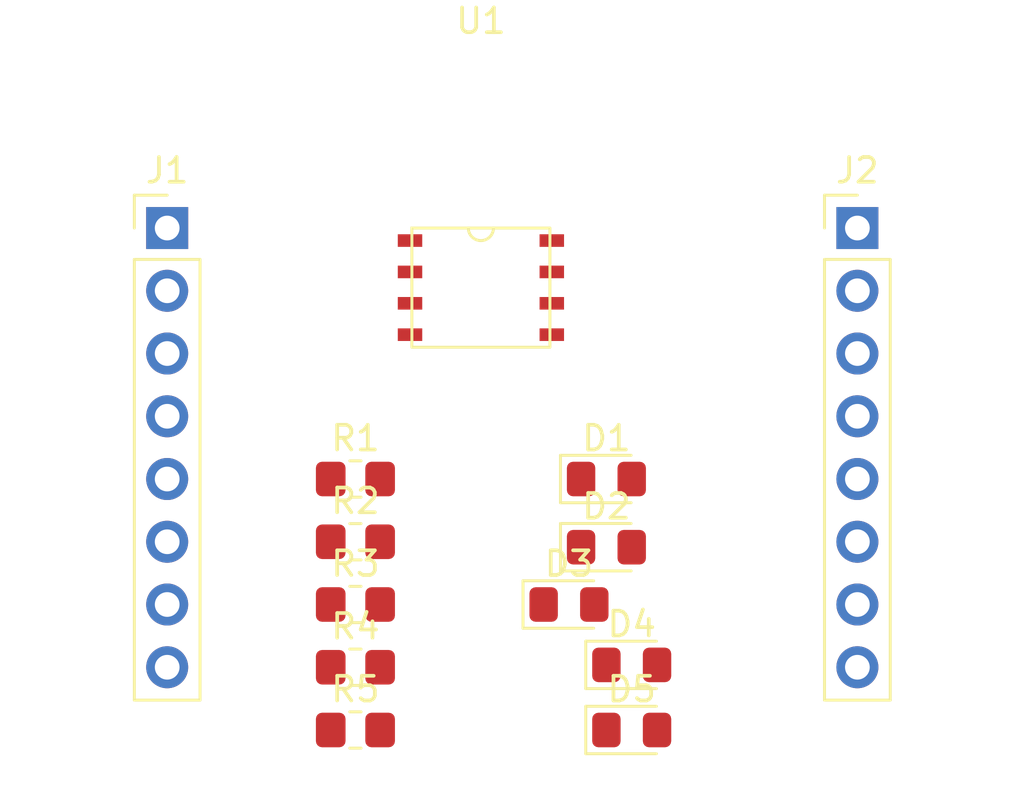
<source format=kicad_pcb>
(kicad_pcb (version 20211014) (generator pcbnew)
  (layers (0 "F.Cu" signal) (31 "B.Cu" signal) (34 "B.Paste" user) (35 "F.Paste" user) (36 "B.SilkS" user "B.Silkscreen") (37 "F.SilkS" user "F.Silkscreen") (38 "B.Mask" user) (39 "F.Mask" user) (44 "Edge.Cuts" user))
  (net 0 "")
  (net 1 "Net-(D1-Pad1)")
  (net 2 "/+3.3V")
  (net 3 "Net-(D2-Pad1)")
  (net 4 "/SCK")
  (net 5 "Net-(D3-Pad1)")
  (net 6 "/CS")
  (net 7 "Net-(D4-Pad1)")
  (net 8 "/MOSI")
  (net 9 "Net-(D5-Pad1)")
  (net 10 "/MISO")
  (net 13 "GND")
  (footprint "DS1722_PCB:SOIC8-DS1722" (layer "F.Cu") (at 124.46 71.12)
    (fp_text reference "U1" (at 0 -10.923 unlocked) (layer "F.SilkS"))
    (fp_text value "DS1722")
    (fp_rect (start -2.794 -2.54) (end 2.794 2.286) (layer "F.SilkS") (width 0.12) (fill none))
    (fp_arc (start 0.508 -2.54) (mid 0 -2.032) (end -0.508 -2.54) (layer "F.SilkS") (width 0.12))
    (pad "1" smd rect (at -2.87 -2.033) (size 0.99 0.51) (layers "F.Cu" "F.Paste" "F.Mask") (net 2 "/+3.3V"))
    (pad "2" smd rect (at -2.87 -0.763) (size 0.99 0.51) (layers "F.Cu" "F.Paste" "F.Mask") (net 6 "/CS"))
    (pad "3" smd rect (at -2.87 0.507) (size 0.99 0.51) (layers "F.Cu" "F.Paste" "F.Mask") (net 4 "/SCK"))
    (pad "4" smd rect (at -2.87 1.777) (size 0.99 0.51) (layers "F.Cu" "F.Paste" "F.Mask") (net 13 "GND"))
    (pad "5" smd rect (at 2.87 1.777) (size 0.99 0.51) (layers "F.Cu" "F.Paste" "F.Mask") (net 10 "/MISO"))
    (pad "6" smd rect (at 2.87 0.507) (size 0.99 0.51) (layers "F.Cu" "F.Paste" "F.Mask") (net 8 "/MOSI"))
    (pad "7" smd rect (at 2.87 -0.763) (size 0.99 0.51) (layers "F.Cu" "F.Paste" "F.Mask") (net 2 "/+3.3V"))
    (pad "8" smd rect (at 2.87 -2.033) (size 0.99 0.51) (layers "F.Cu" "F.Paste" "F.Mask") (net 2 "/+3.3V"))
  )
  (footprint "LED_SMD:LED_0805_2012Metric_Pad1.15x1.40mm_HandSolder" (layer "F.Cu") (at 130.565 88.9)
    (fp_text reference "D5" (at 0 -1.65) (layer "F.SilkS"))
    (fp_text value "LED")
    (fp_line (start -1.86 0.96) (end 1 0.96) (layer "F.SilkS") (width 0.12))
    (fp_line (start 1 -0.96) (end -1.86 -0.96) (layer "F.SilkS") (width 0.12))
    (fp_line (start -1.86 -0.96) (end -1.86 0.96) (layer "F.SilkS") (width 0.12))
    (pad "1" smd roundrect (at -1.025 0) (size 1.15 1.4) (layers "F.Cu" "F.Paste" "F.Mask") (roundrect_rratio 0.217391) (net 9 "Net-(D5-Pad1)"))
    (pad "2" smd roundrect (at 1.025 0) (size 1.15 1.4) (layers "F.Cu" "F.Paste" "F.Mask") (roundrect_rratio 0.217391) (net 10 "/MISO"))
  )
  (footprint "LED_SMD:LED_0805_2012Metric_Pad1.15x1.40mm_HandSolder" (layer "F.Cu") (at 128.025 83.82)
    (fp_text reference "D3" (at 0 -1.65) (layer "F.SilkS"))
    (fp_text value "LED")
    (fp_line (start 1 -0.96) (end -1.86 -0.96) (layer "F.SilkS") (width 0.12))
    (fp_line (start -1.86 0.96) (end 1 0.96) (layer "F.SilkS") (width 0.12))
    (fp_line (start -1.86 -0.96) (end -1.86 0.96) (layer "F.SilkS") (width 0.12))
    (pad "1" smd roundrect (at -1.025 0) (size 1.15 1.4) (layers "F.Cu" "F.Paste" "F.Mask") (roundrect_rratio 0.217391) (net 5 "Net-(D3-Pad1)"))
    (pad "2" smd roundrect (at 1.025 0) (size 1.15 1.4) (layers "F.Cu" "F.Paste" "F.Mask") (roundrect_rratio 0.217391) (net 6 "/CS"))
  )
  (footprint "Resistor_SMD:R_0805_2012Metric_Pad1.20x1.40mm_HandSolder" (layer "F.Cu") (at 119.38 86.36)
    (fp_text reference "R4" (at 0 -1.65) (layer "F.SilkS"))
    (fp_text value "1k")
    (fp_line (start -0.227064 0.735) (end 0.227064 0.735) (layer "F.SilkS") (width 0.12))
    (fp_line (start -0.227064 -0.735) (end 0.227064 -0.735) (layer "F.SilkS") (width 0.12))
    (pad "1" smd roundrect (at -1 0) (size 1.2 1.4) (layers "F.Cu" "F.Paste" "F.Mask") (roundrect_rratio 0.208333) (net 7 "Net-(D4-Pad1)"))
    (pad "2" smd roundrect (at 1 0) (size 1.2 1.4) (layers "F.Cu" "F.Paste" "F.Mask") (roundrect_rratio 0.208333) (net 13 "GND"))
  )
  (footprint "Resistor_SMD:R_0805_2012Metric_Pad1.20x1.40mm_HandSolder" (layer "F.Cu") (at 119.38 81.28)
    (fp_text reference "R2" (at 0 -1.65) (layer "F.SilkS"))
    (fp_text value "1k")
    (fp_line (start -0.227064 0.735) (end 0.227064 0.735) (layer "F.SilkS") (width 0.12))
    (fp_line (start -0.227064 -0.735) (end 0.227064 -0.735) (layer "F.SilkS") (width 0.12))
    (pad "1" smd roundrect (at -1 0) (size 1.2 1.4) (layers "F.Cu" "F.Paste" "F.Mask") (roundrect_rratio 0.208333) (net 3 "Net-(D2-Pad1)"))
    (pad "2" smd roundrect (at 1 0) (size 1.2 1.4) (layers "F.Cu" "F.Paste" "F.Mask") (roundrect_rratio 0.208333) (net 13 "GND"))
  )
  (footprint "LED_SMD:LED_0805_2012Metric_Pad1.15x1.40mm_HandSolder" (layer "F.Cu") (at 129.54 78.74)
    (fp_text reference "D1" (at 0 -1.65) (layer "F.SilkS"))
    (fp_text value "LED")
    (fp_line (start -1.86 -0.96) (end -1.86 0.96) (layer "F.SilkS") (width 0.12))
    (fp_line (start 1 -0.96) (end -1.86 -0.96) (layer "F.SilkS") (width 0.12))
    (fp_line (start -1.86 0.96) (end 1 0.96) (layer "F.SilkS") (width 0.12))
    (pad "1" smd roundrect (at -1.025 0) (size 1.15 1.4) (layers "F.Cu" "F.Paste" "F.Mask") (roundrect_rratio 0.217391) (net 1 "Net-(D1-Pad1)"))
    (pad "2" smd roundrect (at 1.025 0) (size 1.15 1.4) (layers "F.Cu" "F.Paste" "F.Mask") (roundrect_rratio 0.217391) (net 2 "/+3.3V"))
  )
  (footprint "Resistor_SMD:R_0805_2012Metric_Pad1.20x1.40mm_HandSolder" (layer "F.Cu") (at 119.38 88.9)
    (fp_text reference "R5" (at 0 -1.65) (layer "F.SilkS"))
    (fp_text value "1k")
    (fp_line (start -0.227064 -0.735) (end 0.227064 -0.735) (layer "F.SilkS") (width 0.12))
    (fp_line (start -0.227064 0.735) (end 0.227064 0.735) (layer "F.SilkS") (width 0.12))
    (pad "1" smd roundrect (at -1 0) (size 1.2 1.4) (layers "F.Cu" "F.Paste" "F.Mask") (roundrect_rratio 0.208333) (net 9 "Net-(D5-Pad1)"))
    (pad "2" smd roundrect (at 1 0) (size 1.2 1.4) (layers "F.Cu" "F.Paste" "F.Mask") (roundrect_rratio 0.208333) (net 13 "GND"))
  )
  (footprint "Connector_PinHeader_2.54mm:PinHeader_1x08_P2.54mm_Vertical" (layer "F.Cu") (at 111.76 68.58)
    (fp_text reference "J1" (at 0 -2.33) (layer "F.SilkS"))
    (fp_text value "Conn_01x08_Male")
    (fp_line (start -1.33 -1.33) (end 0 -1.33) (layer "F.SilkS") (width 0.12))
    (fp_line (start 1.33 1.27) (end 1.33 19.11) (layer "F.SilkS") (width 0.12))
    (fp_line (start -1.33 0) (end -1.33 -1.33) (layer "F.SilkS") (width 0.12))
    (fp_line (start -1.33 1.27) (end 1.33 1.27) (layer "F.SilkS") (width 0.12))
    (fp_line (start -1.33 19.11) (end 1.33 19.11) (layer "F.SilkS") (width 0.12))
    (fp_line (start -1.33 1.27) (end -1.33 19.11) (layer "F.SilkS") (width 0.12))
    (pad "1" thru_hole rect (at 0 0) (size 1.7 1.7) (drill 1) (layers *.Cu *.Mask))
    (pad "2" thru_hole oval (at 0 2.54) (size 1.7 1.7) (drill 1) (layers *.Cu *.Mask))
    (pad "3" thru_hole oval (at 0 5.08) (size 1.7 1.7) (drill 1) (layers *.Cu *.Mask) (net 6 "/CS"))
    (pad "4" thru_hole oval (at 0 7.62) (size 1.7 1.7) (drill 1) (layers *.Cu *.Mask) (net 4 "/SCK"))
    (pad "5" thru_hole oval (at 0 10.16) (size 1.7 1.7) (drill 1) (layers *.Cu *.Mask) (net 10 "/MISO"))
    (pad "6" thru_hole oval (at 0 12.7) (size 1.7 1.7) (drill 1) (layers *.Cu *.Mask) (net 8 "/MOSI"))
    (pad "7" thru_hole oval (at 0 15.24) (size 1.7 1.7) (drill 1) (layers *.Cu *.Mask) (net 2 "/+3.3V"))
    (pad "8" thru_hole oval (at 0 17.78) (size 1.7 1.7) (drill 1) (layers *.Cu *.Mask) (net 13 "GND"))
  )
  (footprint "LED_SMD:LED_0805_2012Metric_Pad1.15x1.40mm_HandSolder" (layer "F.Cu") (at 129.54 81.5)
    (fp_text reference "D2" (at 0 -1.65) (layer "F.SilkS"))
    (fp_text value "LED")
    (fp_line (start -1.86 -0.96) (end -1.86 0.96) (layer "F.SilkS") (width 0.12))
    (fp_line (start 1 -0.96) (end -1.86 -0.96) (layer "F.SilkS") (width 0.12))
    (fp_line (start -1.86 0.96) (end 1 0.96) (layer "F.SilkS") (width 0.12))
    (pad "1" smd roundrect (at -1.025 0) (size 1.15 1.4) (layers "F.Cu" "F.Paste" "F.Mask") (roundrect_rratio 0.217391) (net 3 "Net-(D2-Pad1)"))
    (pad "2" smd roundrect (at 1.025 0) (size 1.15 1.4) (layers "F.Cu" "F.Paste" "F.Mask") (roundrect_rratio 0.217391) (net 4 "/SCK"))
  )
  (footprint "Resistor_SMD:R_0805_2012Metric_Pad1.20x1.40mm_HandSolder" (layer "F.Cu") (at 119.38 83.82)
    (fp_text reference "R3" (at 0 -1.65) (layer "F.SilkS"))
    (fp_text value "1k")
    (fp_line (start -0.227064 -0.735) (end 0.227064 -0.735) (layer "F.SilkS") (width 0.12))
    (fp_line (start -0.227064 0.735) (end 0.227064 0.735) (layer "F.SilkS") (width 0.12))
    (pad "1" smd roundrect (at -1 0) (size 1.2 1.4) (layers "F.Cu" "F.Paste" "F.Mask") (roundrect_rratio 0.208333) (net 5 "Net-(D3-Pad1)"))
    (pad "2" smd roundrect (at 1 0) (size 1.2 1.4) (layers "F.Cu" "F.Paste" "F.Mask") (roundrect_rratio 0.208333) (net 13 "GND"))
  )
  (footprint "Resistor_SMD:R_0805_2012Metric_Pad1.20x1.40mm_HandSolder" (layer "F.Cu") (at 119.38 78.74)
    (fp_text reference "R1" (at 0 -1.65) (layer "F.SilkS"))
    (fp_text value "1k")
    (fp_line (start -0.227064 -0.735) (end 0.227064 -0.735) (layer "F.SilkS") (width 0.12))
    (fp_line (start -0.227064 0.735) (end 0.227064 0.735) (layer "F.SilkS") (width 0.12))
    (pad "1" smd roundrect (at -1 0) (size 1.2 1.4) (layers "F.Cu" "F.Paste" "F.Mask") (roundrect_rratio 0.208333) (net 1 "Net-(D1-Pad1)"))
    (pad "2" smd roundrect (at 1 0) (size 1.2 1.4) (layers "F.Cu" "F.Paste" "F.Mask") (roundrect_rratio 0.208333) (net 13 "GND"))
  )
  (footprint "LED_SMD:LED_0805_2012Metric_Pad1.15x1.40mm_HandSolder" (layer "F.Cu") (at 130.565 86.265)
    (fp_text reference "D4" (at 0 -1.65) (layer "F.SilkS"))
    (fp_text value "LED")
    (fp_line (start -1.86 -0.96) (end -1.86 0.96) (layer "F.SilkS") (width 0.12))
    (fp_line (start -1.86 0.96) (end 1 0.96) (layer "F.SilkS") (width 0.12))
    (fp_line (start 1 -0.96) (end -1.86 -0.96) (layer "F.SilkS") (width 0.12))
    (pad "1" smd roundrect (at -1.025 0) (size 1.15 1.4) (layers "F.Cu" "F.Paste" "F.Mask") (roundrect_rratio 0.217391) (net 7 "Net-(D4-Pad1)"))
    (pad "2" smd roundrect (at 1.025 0) (size 1.15 1.4) (layers "F.Cu" "F.Paste" "F.Mask") (roundrect_rratio 0.217391) (net 8 "/MOSI"))
  )
  (footprint "Connector_PinHeader_2.54mm:PinHeader_1x08_P2.54mm_Vertical" (layer "F.Cu") (at 139.7 68.58)
    (fp_text reference "J2" (at 0 -2.33) (layer "F.SilkS"))
    (fp_text value "Conn_01x08_Male")
    (fp_line (start -1.33 19.11) (end 1.33 19.11) (layer "F.SilkS") (width 0.12))
    (fp_line (start -1.33 0) (end -1.33 -1.33) (layer "F.SilkS") (width 0.12))
    (fp_line (start -1.33 1.27) (end 1.33 1.27) (layer "F.SilkS") (width 0.12))
    (fp_line (start -1.33 1.27) (end -1.33 19.11) (layer "F.SilkS") (width 0.12))
    (fp_line (start 1.33 1.27) (end 1.33 19.11) (layer "F.SilkS") (width 0.12))
    (fp_line (start -1.33 -1.33) (end 0 -1.33) (layer "F.SilkS") (width 0.12))
    (pad "1" thru_hole rect (at 0 0) (size 1.7 1.7) (drill 1) (layers *.Cu *.Mask))
    (pad "2" thru_hole oval (at 0 2.54) (size 1.7 1.7) (drill 1) (layers *.Cu *.Mask))
    (pad "3" thru_hole oval (at 0 5.08) (size 1.7 1.7) (drill 1) (layers *.Cu *.Mask))
    (pad "4" thru_hole oval (at 0 7.62) (size 1.7 1.7) (drill 1) (layers *.Cu *.Mask))
    (pad "5" thru_hole oval (at 0 10.16) (size 1.7 1.7) (drill 1) (layers *.Cu *.Mask))
    (pad "6" thru_hole oval (at 0 12.7) (size 1.7 1.7) (drill 1) (layers *.Cu *.Mask))
    (pad "7" thru_hole oval (at 0 15.24) (size 1.7 1.7) (drill 1) (layers *.Cu *.Mask))
    (pad "8" thru_hole oval (at 0 17.78) (size 1.7 1.7) (drill 1) (layers *.Cu *.Mask))
  )
)
</source>
